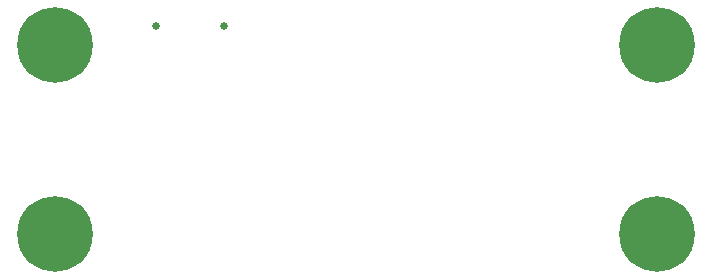
<source format=gbr>
%TF.GenerationSoftware,KiCad,Pcbnew,7.0.5*%
%TF.CreationDate,2023-09-21T20:04:05-05:00*%
%TF.ProjectId,LEDCube,4c454443-7562-4652-9e6b-696361645f70,rev?*%
%TF.SameCoordinates,Original*%
%TF.FileFunction,Soldermask,Bot*%
%TF.FilePolarity,Negative*%
%FSLAX46Y46*%
G04 Gerber Fmt 4.6, Leading zero omitted, Abs format (unit mm)*
G04 Created by KiCad (PCBNEW 7.0.5) date 2023-09-21 20:04:05*
%MOMM*%
%LPD*%
G01*
G04 APERTURE LIST*
%ADD10C,0.650000*%
%ADD11C,0.800000*%
%ADD12C,6.400000*%
G04 APERTURE END LIST*
D10*
%TO.C,J100*%
X119280000Y-73136500D03*
X113500000Y-73136500D03*
%TD*%
D11*
%TO.C,H100*%
X102550000Y-74750000D03*
X103252944Y-73052944D03*
X103252944Y-76447056D03*
X104950000Y-72350000D03*
D12*
X104950000Y-74750000D03*
D11*
X104950000Y-77150000D03*
X106647056Y-73052944D03*
X106647056Y-76447056D03*
X107350000Y-74750000D03*
%TD*%
%TO.C,H103*%
X153550000Y-90750000D03*
X154252944Y-89052944D03*
X154252944Y-92447056D03*
X155950000Y-88350000D03*
D12*
X155950000Y-90750000D03*
D11*
X155950000Y-93150000D03*
X157647056Y-89052944D03*
X157647056Y-92447056D03*
X158350000Y-90750000D03*
%TD*%
%TO.C,H101*%
X153550000Y-74750000D03*
X154252944Y-73052944D03*
X154252944Y-76447056D03*
X155950000Y-72350000D03*
D12*
X155950000Y-74750000D03*
D11*
X155950000Y-77150000D03*
X157647056Y-73052944D03*
X157647056Y-76447056D03*
X158350000Y-74750000D03*
%TD*%
%TO.C,H102*%
X102550000Y-90750000D03*
X103252944Y-89052944D03*
X103252944Y-92447056D03*
X104950000Y-88350000D03*
D12*
X104950000Y-90750000D03*
D11*
X104950000Y-93150000D03*
X106647056Y-89052944D03*
X106647056Y-92447056D03*
X107350000Y-90750000D03*
%TD*%
M02*

</source>
